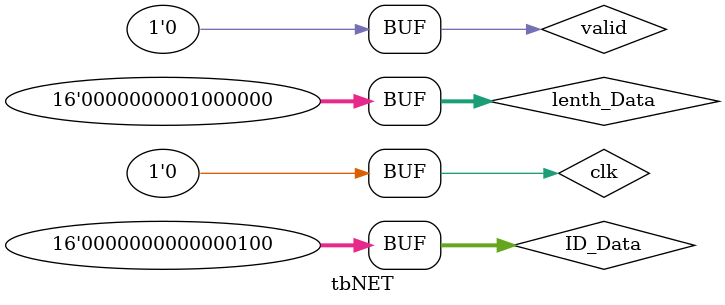
<source format=v>
`timescale 1ns / 1ps

module tbNET #(
  parameter  C_LENTH_WIDTH = 16,
  parameter  C_ID_WIDTH = 16,
  parameter  C_COUNTER_WIDTH = 20,
  parameter  C_PD_WIDTH = 32
  )();
  reg                                           clk;
  
  reg                                           valid;
  reg                      [C_LENTH_WIDTH-1:0]  lenth_Data;     //packets lenth value
  reg                         [C_ID_WIDTH-1:0]  ID_Data;       //packets FLOW-ID
  
  toptop toptop(
    .clk(clk),
    .pass()  
  );
  integer outfiles;
  initial begin
    valid = 0;
    ID_Data = 4;
    lenth_Data = 0;
	

  end
  
  always begin
    clk = 1; #5;//100MHz
    clk = 0; #5;
  end
  
  always begin
    #90;
    valid = 1;
    lenth_Data = 64; //Only send 64 miniest packets in 10 Gbps: 10clks delay for 1 packet.
    #10;
    valid = 0;  
  end
endmodule

</source>
